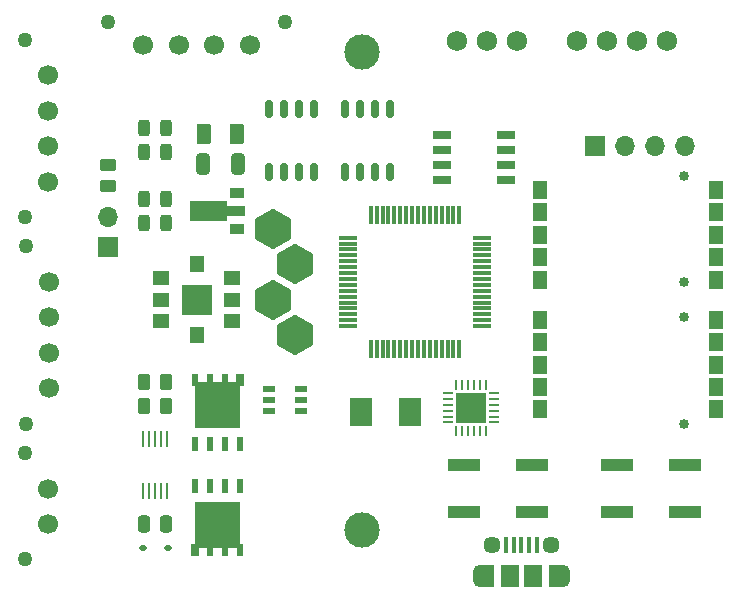
<source format=gts>
%TF.GenerationSoftware,KiCad,Pcbnew,7.0.2*%
%TF.CreationDate,2023-11-20T11:29:32-06:00*%
%TF.ProjectId,LeaderSOM,4c656164-6572-4534-9f4d-2e6b69636164,rev?*%
%TF.SameCoordinates,Original*%
%TF.FileFunction,Soldermask,Top*%
%TF.FilePolarity,Negative*%
%FSLAX46Y46*%
G04 Gerber Fmt 4.6, Leading zero omitted, Abs format (unit mm)*
G04 Created by KiCad (PCBNEW 7.0.2) date 2023-11-20 11:29:32*
%MOMM*%
%LPD*%
G01*
G04 APERTURE LIST*
G04 Aperture macros list*
%AMRoundRect*
0 Rectangle with rounded corners*
0 $1 Rounding radius*
0 $2 $3 $4 $5 $6 $7 $8 $9 X,Y pos of 4 corners*
0 Add a 4 corners polygon primitive as box body*
4,1,4,$2,$3,$4,$5,$6,$7,$8,$9,$2,$3,0*
0 Add four circle primitives for the rounded corners*
1,1,$1+$1,$2,$3*
1,1,$1+$1,$4,$5*
1,1,$1+$1,$6,$7*
1,1,$1+$1,$8,$9*
0 Add four rect primitives between the rounded corners*
20,1,$1+$1,$2,$3,$4,$5,0*
20,1,$1+$1,$4,$5,$6,$7,0*
20,1,$1+$1,$6,$7,$8,$9,0*
20,1,$1+$1,$8,$9,$2,$3,0*%
%AMFreePoly0*
4,1,9,3.810000,0.150000,0.305000,0.150000,0.305000,-0.510000,-0.305000,-0.510000,-0.305000,0.510000,0.000000,0.510000,0.000000,4.060000,3.810000,4.060000,3.810000,0.150000,3.810000,0.150000,$1*%
%AMFreePoly1*
4,1,7,1.500000,0.866025,1.500000,-0.866025,0.000000,-1.732051,-1.500000,-0.866025,-1.500000,0.866025,0.000000,1.732051,1.500000,0.866025,1.500000,0.866025,$1*%
%AMFreePoly2*
4,1,9,3.862500,-0.866500,0.737500,-0.866500,0.737500,-0.450000,-0.737500,-0.450000,-0.737500,0.450000,0.737500,0.450000,0.737500,0.866500,3.862500,0.866500,3.862500,-0.866500,3.862500,-0.866500,$1*%
G04 Aperture macros list end*
%ADD10R,1.257300X1.549400*%
%ADD11C,1.700000*%
%ADD12C,1.270000*%
%ADD13RoundRect,0.150000X0.150000X-0.625000X0.150000X0.625000X-0.150000X0.625000X-0.150000X-0.625000X0*%
%ADD14R,0.279400X1.358900*%
%ADD15C,3.000000*%
%ADD16R,1.350000X1.200000*%
%ADD17R,1.200000X1.350000*%
%ADD18R,2.600000X2.600000*%
%ADD19R,0.610000X1.270000*%
%ADD20FreePoly0,180.000000*%
%ADD21R,0.610000X1.020000*%
%ADD22R,2.750000X1.000000*%
%ADD23RoundRect,0.062500X0.062500X-0.350000X0.062500X0.350000X-0.062500X0.350000X-0.062500X-0.350000X0*%
%ADD24RoundRect,0.062500X0.350000X-0.062500X0.350000X0.062500X-0.350000X0.062500X-0.350000X-0.062500X0*%
%ADD25R,1.700000X1.700000*%
%ADD26O,1.700000X1.700000*%
%ADD27RoundRect,0.243750X-0.243750X-0.456250X0.243750X-0.456250X0.243750X0.456250X-0.243750X0.456250X0*%
%ADD28RoundRect,0.250000X0.262500X0.450000X-0.262500X0.450000X-0.262500X-0.450000X0.262500X-0.450000X0*%
%ADD29FreePoly1,180.000000*%
%ADD30C,1.725000*%
%ADD31RoundRect,0.112500X-0.187500X-0.112500X0.187500X-0.112500X0.187500X0.112500X-0.187500X0.112500X0*%
%ADD32R,0.400000X1.350000*%
%ADD33O,1.200000X1.900000*%
%ADD34R,1.200000X1.900000*%
%ADD35C,1.450000*%
%ADD36R,1.500000X1.900000*%
%ADD37RoundRect,0.243750X0.243750X0.456250X-0.243750X0.456250X-0.243750X-0.456250X0.243750X-0.456250X0*%
%ADD38RoundRect,0.250000X0.250000X0.475000X-0.250000X0.475000X-0.250000X-0.475000X0.250000X-0.475000X0*%
%ADD39R,1.528000X0.650000*%
%ADD40RoundRect,0.250000X0.450000X-0.262500X0.450000X0.262500X-0.450000X0.262500X-0.450000X-0.262500X0*%
%ADD41R,1.300000X0.900000*%
%ADD42FreePoly2,180.000000*%
%ADD43RoundRect,0.250000X0.325000X0.650000X-0.325000X0.650000X-0.325000X-0.650000X0.325000X-0.650000X0*%
%ADD44R,1.900000X2.400000*%
%ADD45FreePoly0,0.000000*%
%ADD46RoundRect,0.250000X-0.262500X-0.450000X0.262500X-0.450000X0.262500X0.450000X-0.262500X0.450000X0*%
%ADD47RoundRect,0.075000X0.075000X-0.700000X0.075000X0.700000X-0.075000X0.700000X-0.075000X-0.700000X0*%
%ADD48RoundRect,0.075000X0.700000X-0.075000X0.700000X0.075000X-0.700000X0.075000X-0.700000X-0.075000X0*%
%ADD49FreePoly1,0.000000*%
%ADD50R,1.003300X0.558800*%
%ADD51RoundRect,0.250000X0.375000X0.625000X-0.375000X0.625000X-0.375000X-0.625000X0.375000X-0.625000X0*%
%ADD52C,0.850000*%
G04 APERTURE END LIST*
D10*
X149948550Y-83300000D03*
X149948550Y-81399999D03*
X149948550Y-79500000D03*
X149948550Y-77600001D03*
X149948550Y-75700000D03*
X135051450Y-75700000D03*
X135051450Y-77600001D03*
X135051450Y-79500000D03*
X135051450Y-81399999D03*
X135051450Y-83300000D03*
X149948550Y-72300000D03*
X149948550Y-70399999D03*
X149948550Y-68500000D03*
X149948550Y-66600001D03*
X149948550Y-64700000D03*
X135051450Y-64700000D03*
X135051450Y-66600001D03*
X135051450Y-68500000D03*
X135051450Y-70399999D03*
X135051450Y-72300000D03*
D11*
X110500000Y-52450000D03*
X107500000Y-52450000D03*
X104500000Y-52450000D03*
X101500000Y-52450000D03*
D12*
X113500000Y-50490000D03*
X98500000Y-50490000D03*
X91490000Y-96000000D03*
X91490000Y-87000000D03*
D11*
X93450000Y-93000000D03*
X93450000Y-90000000D03*
D12*
X91540000Y-84500000D03*
X91540000Y-69500000D03*
D11*
X93500000Y-81500000D03*
X93500000Y-78500000D03*
X93500000Y-75500000D03*
X93500000Y-72500000D03*
X93450000Y-55000000D03*
X93450000Y-58000000D03*
X93450000Y-61000000D03*
X93450000Y-64000000D03*
D12*
X91490000Y-52000000D03*
X91490000Y-67000000D03*
D13*
X112095000Y-63175000D03*
X113365000Y-63175000D03*
X114635000Y-63175000D03*
X115905000Y-63175000D03*
X115905000Y-57825000D03*
X114635000Y-57825000D03*
X113365000Y-57825000D03*
X112095000Y-57825000D03*
D14*
X101499999Y-90203450D03*
X102000001Y-90203450D03*
X102500000Y-90203450D03*
X102999999Y-90203450D03*
X103500001Y-90203450D03*
X103500001Y-85796550D03*
X102999999Y-85796550D03*
X102500000Y-85796550D03*
X102000001Y-85796550D03*
X101499999Y-85796550D03*
D15*
X120025000Y-93500000D03*
D16*
X103025000Y-72200000D03*
X103025000Y-74000000D03*
X103025000Y-75800000D03*
D17*
X106000000Y-76975000D03*
D16*
X108975000Y-75800000D03*
X108975000Y-74000000D03*
X108975000Y-72200000D03*
D17*
X106000000Y-71025000D03*
D18*
X106000000Y-74000000D03*
D19*
X105861130Y-86232500D03*
X107131130Y-86232500D03*
X108401130Y-86232500D03*
X109671130Y-86232500D03*
D20*
X109671130Y-80767500D03*
D21*
X108401130Y-80767500D03*
X107131130Y-80767500D03*
X105861130Y-80767500D03*
D22*
X141625000Y-88000000D03*
X147375000Y-88000000D03*
X141625000Y-92000000D03*
X147375000Y-92000000D03*
D23*
X128000000Y-85087500D03*
X128500000Y-85087500D03*
X129000000Y-85087500D03*
X129500000Y-85087500D03*
X130000000Y-85087500D03*
X130500000Y-85087500D03*
D24*
X131187500Y-84400000D03*
X131187500Y-83900000D03*
X131187500Y-83400000D03*
X131187500Y-82900000D03*
X131187500Y-82400000D03*
X131187500Y-81900000D03*
D23*
X130500000Y-81212500D03*
X130000000Y-81212500D03*
X129500000Y-81212500D03*
X129000000Y-81212500D03*
X128500000Y-81212500D03*
X128000000Y-81212500D03*
D24*
X127312500Y-81900000D03*
X127312500Y-82400000D03*
X127312500Y-82900000D03*
X127312500Y-83400000D03*
X127312500Y-83900000D03*
X127312500Y-84400000D03*
D18*
X129250000Y-83150000D03*
D25*
X139700000Y-61000000D03*
D26*
X142240000Y-61000000D03*
X144780000Y-61000000D03*
X147320000Y-61000000D03*
D27*
X101562500Y-67500000D03*
X103437500Y-67500000D03*
D28*
X103412500Y-81000000D03*
X101587500Y-81000000D03*
D25*
X98500000Y-69525000D03*
D26*
X98500000Y-66985000D03*
D29*
X114300000Y-77000000D03*
X114300000Y-71000000D03*
D13*
X118595000Y-63175000D03*
X119865000Y-63175000D03*
X121135000Y-63175000D03*
X122405000Y-63175000D03*
X122405000Y-57825000D03*
X121135000Y-57825000D03*
X119865000Y-57825000D03*
X118595000Y-57825000D03*
D22*
X128625000Y-88000000D03*
X134375000Y-88000000D03*
X128625000Y-92000000D03*
X134375000Y-92000000D03*
D30*
X128055000Y-52100000D03*
X130595000Y-52100000D03*
X133135000Y-52100000D03*
X138215000Y-52100000D03*
X140755000Y-52100000D03*
X143295000Y-52100000D03*
X145835000Y-52100000D03*
D31*
X101450000Y-95000000D03*
X103550000Y-95000000D03*
D32*
X132200000Y-94737500D03*
X132850000Y-94737500D03*
X133500000Y-94737500D03*
X134150000Y-94737500D03*
X134800000Y-94737500D03*
D33*
X130000000Y-97437500D03*
D34*
X130600000Y-97437500D03*
D35*
X131000000Y-94737500D03*
D36*
X132500000Y-97437500D03*
X134500000Y-97437500D03*
D35*
X136000000Y-94737500D03*
D34*
X136400000Y-97437500D03*
D33*
X137000000Y-97437500D03*
D37*
X103437500Y-59500000D03*
X101562500Y-59500000D03*
D27*
X101562500Y-65500000D03*
X103437500Y-65500000D03*
D38*
X103450000Y-93000000D03*
X101550000Y-93000000D03*
D39*
X126789000Y-60095000D03*
X126789000Y-61365000D03*
X126789000Y-62635000D03*
X126789000Y-63905000D03*
X132211000Y-63905000D03*
X132211000Y-62635000D03*
X132211000Y-61365000D03*
X132211000Y-60095000D03*
D40*
X98500000Y-64412500D03*
X98500000Y-62587500D03*
D41*
X109450000Y-68000000D03*
D42*
X109362500Y-66500000D03*
D41*
X109450000Y-65000000D03*
D29*
X112500000Y-68000000D03*
D15*
X120000000Y-53000000D03*
D27*
X101562500Y-61500000D03*
X103437500Y-61500000D03*
D43*
X109475000Y-62499999D03*
X106525000Y-62499999D03*
D44*
X119950000Y-83500000D03*
X124050000Y-83500000D03*
D19*
X109671130Y-89767500D03*
X108401130Y-89767500D03*
X107131130Y-89767500D03*
X105861130Y-89767500D03*
D45*
X105861130Y-95232500D03*
D21*
X107131130Y-95232500D03*
X108401130Y-95232500D03*
X109671130Y-95232500D03*
D46*
X101587500Y-83000000D03*
X103412500Y-83000000D03*
D47*
X120750000Y-78175000D03*
X121250000Y-78175000D03*
X121750000Y-78175000D03*
X122250000Y-78175000D03*
X122750000Y-78175000D03*
X123250000Y-78175000D03*
X123750000Y-78175000D03*
X124250000Y-78175000D03*
X124750000Y-78175000D03*
X125250000Y-78175000D03*
X125750000Y-78175000D03*
X126250000Y-78175000D03*
X126750000Y-78175000D03*
X127250000Y-78175000D03*
X127750000Y-78175000D03*
X128250000Y-78175000D03*
D48*
X130175000Y-76250000D03*
X130175000Y-75750000D03*
X130175000Y-75250000D03*
X130175000Y-74750000D03*
X130175000Y-74250000D03*
X130175000Y-73750000D03*
X130175000Y-73250000D03*
X130175000Y-72750000D03*
X130175000Y-72250000D03*
X130175000Y-71750000D03*
X130175000Y-71250000D03*
X130175000Y-70750000D03*
X130175000Y-70250000D03*
X130175000Y-69750000D03*
X130175000Y-69250000D03*
X130175000Y-68750000D03*
D47*
X128250000Y-66825000D03*
X127750000Y-66825000D03*
X127250000Y-66825000D03*
X126750000Y-66825000D03*
X126250000Y-66825000D03*
X125750000Y-66825000D03*
X125250000Y-66825000D03*
X124750000Y-66825000D03*
X124250000Y-66825000D03*
X123750000Y-66825000D03*
X123250000Y-66825000D03*
X122750000Y-66825000D03*
X122250000Y-66825000D03*
X121750000Y-66825000D03*
X121250000Y-66825000D03*
X120750000Y-66825000D03*
D48*
X118825000Y-68750000D03*
X118825000Y-69250000D03*
X118825000Y-69750000D03*
X118825000Y-70250000D03*
X118825000Y-70750000D03*
X118825000Y-71250000D03*
X118825000Y-71750000D03*
X118825000Y-72250000D03*
X118825000Y-72750000D03*
X118825000Y-73250000D03*
X118825000Y-73750000D03*
X118825000Y-74250000D03*
X118825000Y-74750000D03*
X118825000Y-75250000D03*
X118825000Y-75750000D03*
X118825000Y-76250000D03*
D49*
X112500000Y-74000000D03*
D50*
X114852550Y-83450001D03*
X114852550Y-82500000D03*
X114852550Y-81549999D03*
X112147450Y-81549999D03*
X112147450Y-82500000D03*
X112147450Y-83450001D03*
D51*
X109400000Y-60000000D03*
X106600000Y-60000000D03*
D52*
X147250000Y-84500000D03*
X147250000Y-75500000D03*
X147250000Y-72500000D03*
X147250000Y-63500000D03*
M02*

</source>
